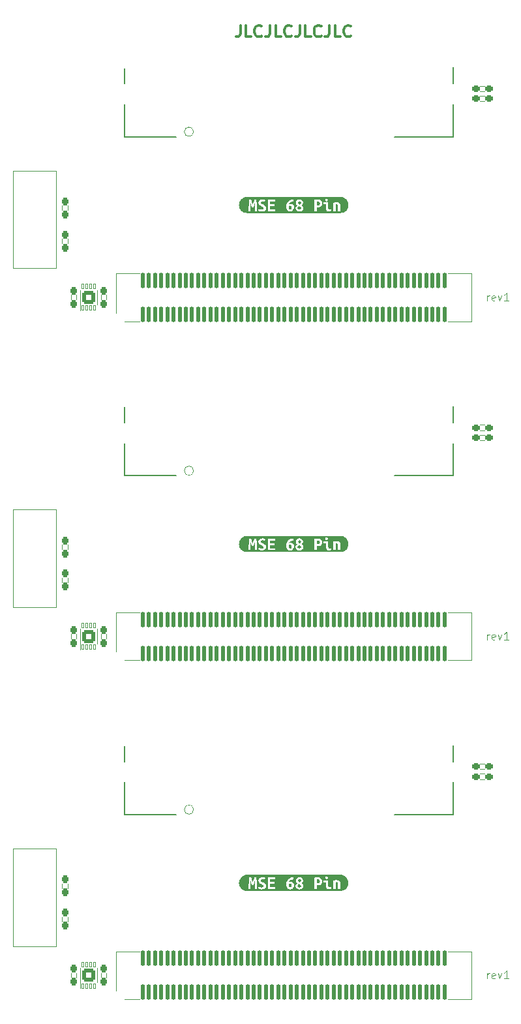
<source format=gto>
G04 #@! TF.GenerationSoftware,KiCad,Pcbnew,8.0.6*
G04 #@! TF.CreationDate,2024-11-07T02:27:52-08:00*
G04 #@! TF.ProjectId,mse-68-vhdci-panel,6d73652d-3638-42d7-9668-6463692d7061,1*
G04 #@! TF.SameCoordinates,Original*
G04 #@! TF.FileFunction,Legend,Top*
G04 #@! TF.FilePolarity,Positive*
%FSLAX46Y46*%
G04 Gerber Fmt 4.6, Leading zero omitted, Abs format (unit mm)*
G04 Created by KiCad (PCBNEW 8.0.6) date 2024-11-07 02:27:52*
%MOMM*%
%LPD*%
G01*
G04 APERTURE LIST*
G04 Aperture macros list*
%AMRoundRect*
0 Rectangle with rounded corners*
0 $1 Rounding radius*
0 $2 $3 $4 $5 $6 $7 $8 $9 X,Y pos of 4 corners*
0 Add a 4 corners polygon primitive as box body*
4,1,4,$2,$3,$4,$5,$6,$7,$8,$9,$2,$3,0*
0 Add four circle primitives for the rounded corners*
1,1,$1+$1,$2,$3*
1,1,$1+$1,$4,$5*
1,1,$1+$1,$6,$7*
1,1,$1+$1,$8,$9*
0 Add four rect primitives between the rounded corners*
20,1,$1+$1,$2,$3,$4,$5,0*
20,1,$1+$1,$4,$5,$6,$7,0*
20,1,$1+$1,$6,$7,$8,$9,0*
20,1,$1+$1,$8,$9,$2,$3,0*%
G04 Aperture macros list end*
%ADD10C,0.300000*%
%ADD11C,0.100000*%
%ADD12C,0.120000*%
%ADD13C,0.127000*%
%ADD14C,0.000000*%
%ADD15RoundRect,0.062500X0.137500X-0.287500X0.137500X0.287500X-0.137500X0.287500X-0.137500X-0.287500X0*%
%ADD16RoundRect,0.265625X0.584375X-0.584375X0.584375X0.584375X-0.584375X0.584375X-0.584375X-0.584375X0*%
%ADD17RoundRect,0.225000X0.225000X-0.275000X0.225000X0.275000X-0.225000X0.275000X-0.225000X-0.275000X0*%
%ADD18C,0.500000*%
%ADD19C,0.800000*%
%ADD20C,1.200000*%
%ADD21RoundRect,0.125000X0.125000X0.925000X-0.125000X0.925000X-0.125000X-0.925000X0.125000X-0.925000X0*%
%ADD22C,2.300000*%
%ADD23C,2.700000*%
%ADD24C,1.950000*%
%ADD25C,6.500000*%
%ADD26RoundRect,0.225000X-0.225000X0.275000X-0.225000X-0.275000X0.225000X-0.275000X0.225000X0.275000X0*%
%ADD27C,1.100000*%
%ADD28O,1.500000X2.350000*%
%ADD29O,1.200000X1.800000*%
%ADD30C,2.500000*%
%ADD31RoundRect,0.225000X-0.275000X-0.225000X0.275000X-0.225000X0.275000X0.225000X-0.275000X0.225000X0*%
%ADD32RoundRect,0.225000X0.275000X0.225000X-0.275000X0.225000X-0.275000X-0.225000X0.275000X-0.225000X0*%
G04 APERTURE END LIST*
D10*
X-44428572Y134325172D02*
X-44428572Y133253743D01*
X-44428572Y133253743D02*
X-44500001Y133039458D01*
X-44500001Y133039458D02*
X-44642858Y132896600D01*
X-44642858Y132896600D02*
X-44857144Y132825172D01*
X-44857144Y132825172D02*
X-45000001Y132825172D01*
X-43000001Y132825172D02*
X-43714287Y132825172D01*
X-43714287Y132825172D02*
X-43714287Y134325172D01*
X-41642858Y132968029D02*
X-41714286Y132896600D01*
X-41714286Y132896600D02*
X-41928572Y132825172D01*
X-41928572Y132825172D02*
X-42071429Y132825172D01*
X-42071429Y132825172D02*
X-42285715Y132896600D01*
X-42285715Y132896600D02*
X-42428572Y133039458D01*
X-42428572Y133039458D02*
X-42500001Y133182315D01*
X-42500001Y133182315D02*
X-42571429Y133468029D01*
X-42571429Y133468029D02*
X-42571429Y133682315D01*
X-42571429Y133682315D02*
X-42500001Y133968029D01*
X-42500001Y133968029D02*
X-42428572Y134110886D01*
X-42428572Y134110886D02*
X-42285715Y134253743D01*
X-42285715Y134253743D02*
X-42071429Y134325172D01*
X-42071429Y134325172D02*
X-41928572Y134325172D01*
X-41928572Y134325172D02*
X-41714286Y134253743D01*
X-41714286Y134253743D02*
X-41642858Y134182315D01*
X-40571429Y134325172D02*
X-40571429Y133253743D01*
X-40571429Y133253743D02*
X-40642858Y133039458D01*
X-40642858Y133039458D02*
X-40785715Y132896600D01*
X-40785715Y132896600D02*
X-41000001Y132825172D01*
X-41000001Y132825172D02*
X-41142858Y132825172D01*
X-39142858Y132825172D02*
X-39857144Y132825172D01*
X-39857144Y132825172D02*
X-39857144Y134325172D01*
X-37785715Y132968029D02*
X-37857143Y132896600D01*
X-37857143Y132896600D02*
X-38071429Y132825172D01*
X-38071429Y132825172D02*
X-38214286Y132825172D01*
X-38214286Y132825172D02*
X-38428572Y132896600D01*
X-38428572Y132896600D02*
X-38571429Y133039458D01*
X-38571429Y133039458D02*
X-38642858Y133182315D01*
X-38642858Y133182315D02*
X-38714286Y133468029D01*
X-38714286Y133468029D02*
X-38714286Y133682315D01*
X-38714286Y133682315D02*
X-38642858Y133968029D01*
X-38642858Y133968029D02*
X-38571429Y134110886D01*
X-38571429Y134110886D02*
X-38428572Y134253743D01*
X-38428572Y134253743D02*
X-38214286Y134325172D01*
X-38214286Y134325172D02*
X-38071429Y134325172D01*
X-38071429Y134325172D02*
X-37857143Y134253743D01*
X-37857143Y134253743D02*
X-37785715Y134182315D01*
X-36714286Y134325172D02*
X-36714286Y133253743D01*
X-36714286Y133253743D02*
X-36785715Y133039458D01*
X-36785715Y133039458D02*
X-36928572Y132896600D01*
X-36928572Y132896600D02*
X-37142858Y132825172D01*
X-37142858Y132825172D02*
X-37285715Y132825172D01*
X-35285715Y132825172D02*
X-36000001Y132825172D01*
X-36000001Y132825172D02*
X-36000001Y134325172D01*
X-33928572Y132968029D02*
X-34000000Y132896600D01*
X-34000000Y132896600D02*
X-34214286Y132825172D01*
X-34214286Y132825172D02*
X-34357143Y132825172D01*
X-34357143Y132825172D02*
X-34571429Y132896600D01*
X-34571429Y132896600D02*
X-34714286Y133039458D01*
X-34714286Y133039458D02*
X-34785715Y133182315D01*
X-34785715Y133182315D02*
X-34857143Y133468029D01*
X-34857143Y133468029D02*
X-34857143Y133682315D01*
X-34857143Y133682315D02*
X-34785715Y133968029D01*
X-34785715Y133968029D02*
X-34714286Y134110886D01*
X-34714286Y134110886D02*
X-34571429Y134253743D01*
X-34571429Y134253743D02*
X-34357143Y134325172D01*
X-34357143Y134325172D02*
X-34214286Y134325172D01*
X-34214286Y134325172D02*
X-34000000Y134253743D01*
X-34000000Y134253743D02*
X-33928572Y134182315D01*
X-32857143Y134325172D02*
X-32857143Y133253743D01*
X-32857143Y133253743D02*
X-32928572Y133039458D01*
X-32928572Y133039458D02*
X-33071429Y132896600D01*
X-33071429Y132896600D02*
X-33285715Y132825172D01*
X-33285715Y132825172D02*
X-33428572Y132825172D01*
X-31428572Y132825172D02*
X-32142858Y132825172D01*
X-32142858Y132825172D02*
X-32142858Y134325172D01*
X-30071429Y132968029D02*
X-30142857Y132896600D01*
X-30142857Y132896600D02*
X-30357143Y132825172D01*
X-30357143Y132825172D02*
X-30500000Y132825172D01*
X-30500000Y132825172D02*
X-30714286Y132896600D01*
X-30714286Y132896600D02*
X-30857143Y133039458D01*
X-30857143Y133039458D02*
X-30928572Y133182315D01*
X-30928572Y133182315D02*
X-31000000Y133468029D01*
X-31000000Y133468029D02*
X-31000000Y133682315D01*
X-31000000Y133682315D02*
X-30928572Y133968029D01*
X-30928572Y133968029D02*
X-30857143Y134110886D01*
X-30857143Y134110886D02*
X-30714286Y134253743D01*
X-30714286Y134253743D02*
X-30500000Y134325172D01*
X-30500000Y134325172D02*
X-30357143Y134325172D01*
X-30357143Y134325172D02*
X-30142857Y134253743D01*
X-30142857Y134253743D02*
X-30071429Y134182315D01*
D11*
X-12357143Y98579581D02*
X-12357143Y99246248D01*
X-12357143Y99055772D02*
X-12309524Y99151010D01*
X-12309524Y99151010D02*
X-12261905Y99198629D01*
X-12261905Y99198629D02*
X-12166667Y99246248D01*
X-12166667Y99246248D02*
X-12071429Y99246248D01*
X-11357143Y98627200D02*
X-11452381Y98579581D01*
X-11452381Y98579581D02*
X-11642857Y98579581D01*
X-11642857Y98579581D02*
X-11738095Y98627200D01*
X-11738095Y98627200D02*
X-11785714Y98722439D01*
X-11785714Y98722439D02*
X-11785714Y99103391D01*
X-11785714Y99103391D02*
X-11738095Y99198629D01*
X-11738095Y99198629D02*
X-11642857Y99246248D01*
X-11642857Y99246248D02*
X-11452381Y99246248D01*
X-11452381Y99246248D02*
X-11357143Y99198629D01*
X-11357143Y99198629D02*
X-11309524Y99103391D01*
X-11309524Y99103391D02*
X-11309524Y99008153D01*
X-11309524Y99008153D02*
X-11785714Y98912915D01*
X-10976190Y99246248D02*
X-10738095Y98579581D01*
X-10738095Y98579581D02*
X-10500000Y99246248D01*
X-9595238Y98579581D02*
X-10166666Y98579581D01*
X-9880952Y98579581D02*
X-9880952Y99579581D01*
X-9880952Y99579581D02*
X-9976190Y99436724D01*
X-9976190Y99436724D02*
X-10071428Y99341486D01*
X-10071428Y99341486D02*
X-10166666Y99293867D01*
X-12357143Y10579581D02*
X-12357143Y11246248D01*
X-12357143Y11055772D02*
X-12309524Y11151010D01*
X-12309524Y11151010D02*
X-12261905Y11198629D01*
X-12261905Y11198629D02*
X-12166667Y11246248D01*
X-12166667Y11246248D02*
X-12071429Y11246248D01*
X-11357143Y10627200D02*
X-11452381Y10579581D01*
X-11452381Y10579581D02*
X-11642857Y10579581D01*
X-11642857Y10579581D02*
X-11738095Y10627200D01*
X-11738095Y10627200D02*
X-11785714Y10722439D01*
X-11785714Y10722439D02*
X-11785714Y11103391D01*
X-11785714Y11103391D02*
X-11738095Y11198629D01*
X-11738095Y11198629D02*
X-11642857Y11246248D01*
X-11642857Y11246248D02*
X-11452381Y11246248D01*
X-11452381Y11246248D02*
X-11357143Y11198629D01*
X-11357143Y11198629D02*
X-11309524Y11103391D01*
X-11309524Y11103391D02*
X-11309524Y11008153D01*
X-11309524Y11008153D02*
X-11785714Y10912915D01*
X-10976190Y11246248D02*
X-10738095Y10579581D01*
X-10738095Y10579581D02*
X-10500000Y11246248D01*
X-9595238Y10579581D02*
X-10166666Y10579581D01*
X-9880952Y10579581D02*
X-9880952Y11579581D01*
X-9880952Y11579581D02*
X-9976190Y11436724D01*
X-9976190Y11436724D02*
X-10071428Y11341486D01*
X-10071428Y11341486D02*
X-10166666Y11293867D01*
X-12357143Y54579581D02*
X-12357143Y55246248D01*
X-12357143Y55055772D02*
X-12309524Y55151010D01*
X-12309524Y55151010D02*
X-12261905Y55198629D01*
X-12261905Y55198629D02*
X-12166667Y55246248D01*
X-12166667Y55246248D02*
X-12071429Y55246248D01*
X-11357143Y54627200D02*
X-11452381Y54579581D01*
X-11452381Y54579581D02*
X-11642857Y54579581D01*
X-11642857Y54579581D02*
X-11738095Y54627200D01*
X-11738095Y54627200D02*
X-11785714Y54722439D01*
X-11785714Y54722439D02*
X-11785714Y55103391D01*
X-11785714Y55103391D02*
X-11738095Y55198629D01*
X-11738095Y55198629D02*
X-11642857Y55246248D01*
X-11642857Y55246248D02*
X-11452381Y55246248D01*
X-11452381Y55246248D02*
X-11357143Y55198629D01*
X-11357143Y55198629D02*
X-11309524Y55103391D01*
X-11309524Y55103391D02*
X-11309524Y55008153D01*
X-11309524Y55008153D02*
X-11785714Y54912915D01*
X-10976190Y55246248D02*
X-10738095Y54579581D01*
X-10738095Y54579581D02*
X-10500000Y55246248D01*
X-9595238Y54579581D02*
X-10166666Y54579581D01*
X-9880952Y54579581D02*
X-9880952Y55579581D01*
X-9880952Y55579581D02*
X-9976190Y55436724D01*
X-9976190Y55436724D02*
X-10071428Y55341486D01*
X-10071428Y55341486D02*
X-10166666Y55293867D01*
G04 #@! TO.C,U1*
X-65200000Y97302000D02*
X-65200000Y99952000D01*
X-63000000Y99952000D02*
X-63000000Y98052000D01*
G04 #@! TO.C,C1*
X-66399999Y10702000D02*
X-66399999Y11302000D01*
X-65700001Y11302000D02*
X-65700001Y10702000D01*
G04 #@! TO.C,R1*
X-62499999Y55302000D02*
X-62499999Y54702000D01*
X-61800001Y54702000D02*
X-61800001Y55302000D01*
D12*
G04 #@! TO.C,J1*
X-60600001Y14102000D02*
X-60600000Y9002000D01*
X-60600001Y14102000D02*
X-57500001Y14102000D01*
X-59500000Y7902000D02*
X-57500001Y7902000D01*
X-17499999Y14102000D02*
X-14399999Y14102000D01*
X-17499999Y7902000D02*
X-14399999Y7902000D01*
X-14399999Y14102000D02*
X-14399999Y7902000D01*
D11*
G04 #@! TO.C,J3*
X-68370000Y102772001D02*
X-73969999Y102772000D01*
X-73969999Y115442000D01*
X-68369999Y115442000D01*
X-68370000Y102772001D01*
X-68370000Y58772001D02*
X-73969999Y58772000D01*
X-73969999Y71442000D01*
X-68369999Y71442000D01*
X-68370000Y58772001D01*
G04 #@! TO.C,R2*
X-67549999Y110902000D02*
X-67549999Y110302000D01*
X-66850001Y110302000D02*
X-66850001Y110902000D01*
G04 #@! TO.C,R1*
X-62499999Y11302000D02*
X-62499999Y10702000D01*
X-61800001Y10702000D02*
X-61800001Y11302000D01*
D13*
G04 #@! TO.C,J4*
X-59450000Y40752000D02*
X-59450000Y38752000D01*
X-59450000Y36052000D02*
X-59450000Y31852000D01*
X-59450000Y31852000D02*
X-52749999Y31852000D01*
X-24450000Y31851999D02*
X-16750000Y31852000D01*
X-16750000Y38752000D02*
X-16750000Y40852000D01*
X-16750000Y31852000D02*
X-16750000Y36052000D01*
D11*
X-50500000Y32502000D02*
G75*
G02*
X-51700000Y32502000I-600000J0D01*
G01*
X-51700000Y32502000D02*
G75*
G02*
X-50500000Y32502000I600000J0D01*
G01*
D13*
X-59450000Y128752000D02*
X-59450000Y126752000D01*
X-59450000Y124052000D02*
X-59450000Y119852000D01*
X-59450000Y119852000D02*
X-52749999Y119852000D01*
X-24450000Y119851999D02*
X-16750000Y119852000D01*
X-16750000Y126752000D02*
X-16750000Y128852000D01*
X-16750000Y119852000D02*
X-16750000Y124052000D01*
D11*
X-50500000Y120502000D02*
G75*
G02*
X-51700000Y120502000I-600000J0D01*
G01*
X-51700000Y120502000D02*
G75*
G02*
X-50500000Y120502000I600000J0D01*
G01*
G04 #@! TO.C,R2*
X-67549999Y66902000D02*
X-67549999Y66302000D01*
X-66850001Y66302000D02*
X-66850001Y66902000D01*
G04 #@! TO.C,R3*
X-67549999Y62602000D02*
X-67549999Y62002000D01*
X-66850001Y62002000D02*
X-66850001Y62602000D01*
D12*
G04 #@! TO.C,J1*
X-60600001Y102102000D02*
X-60600000Y97002000D01*
X-60600001Y102102000D02*
X-57500001Y102102000D01*
X-59500000Y95902000D02*
X-57500001Y95902000D01*
X-17499999Y102102000D02*
X-14399999Y102102000D01*
X-17499999Y95902000D02*
X-14399999Y95902000D01*
X-14399999Y102102000D02*
X-14399999Y95902000D01*
D11*
G04 #@! TO.C,R1*
X-62499999Y99302000D02*
X-62499999Y98702000D01*
X-61800001Y98702000D02*
X-61800001Y99302000D01*
G04 #@! TO.C,R3*
X-67549999Y106602000D02*
X-67549999Y106002000D01*
X-66850001Y106002000D02*
X-66850001Y106602000D01*
G04 #@! TO.C,R4*
X-13300000Y80452001D02*
X-12700000Y80452001D01*
X-12700000Y81151999D02*
X-13300000Y81151999D01*
X-13300000Y124452001D02*
X-12700000Y124452001D01*
X-12700000Y125151999D02*
X-13300000Y125151999D01*
D12*
G04 #@! TO.C,J1*
X-60600001Y58102000D02*
X-60600000Y53002000D01*
X-60600001Y58102000D02*
X-57500001Y58102000D01*
X-59500000Y51902000D02*
X-57500001Y51902000D01*
X-17499999Y58102000D02*
X-14399999Y58102000D01*
X-17499999Y51902000D02*
X-14399999Y51902000D01*
X-14399999Y58102000D02*
X-14399999Y51902000D01*
D11*
G04 #@! TO.C,C2*
X-13300000Y38451999D02*
X-12700000Y38451999D01*
X-12700000Y37752001D02*
X-13300000Y37752001D01*
G04 #@! TO.C,C1*
X-66399999Y98702000D02*
X-66399999Y99302000D01*
X-65700001Y99302000D02*
X-65700001Y98702000D01*
G04 #@! TO.C,C2*
X-13300000Y126451999D02*
X-12700000Y126451999D01*
X-12700000Y125752001D02*
X-13300000Y125752001D01*
G04 #@! TO.C,C1*
X-66399999Y54702000D02*
X-66399999Y55302000D01*
X-65700001Y55302000D02*
X-65700001Y54702000D01*
G04 #@! TO.C,U1*
X-65200000Y9302000D02*
X-65200000Y11952000D01*
X-63000000Y11952000D02*
X-63000000Y10052000D01*
D13*
G04 #@! TO.C,J4*
X-59450000Y84752000D02*
X-59450000Y82752000D01*
X-59450000Y80052000D02*
X-59450000Y75852000D01*
X-59450000Y75852000D02*
X-52749999Y75852000D01*
X-24450000Y75851999D02*
X-16750000Y75852000D01*
X-16750000Y82752000D02*
X-16750000Y84852000D01*
X-16750000Y75852000D02*
X-16750000Y80052000D01*
D11*
X-50500000Y76502000D02*
G75*
G02*
X-51700000Y76502000I-600000J0D01*
G01*
X-51700000Y76502000D02*
G75*
G02*
X-50500000Y76502000I600000J0D01*
G01*
G04 #@! TO.C,R3*
X-67549999Y18602000D02*
X-67549999Y18002000D01*
X-66850001Y18002000D02*
X-66850001Y18602000D01*
G04 #@! TO.C,R2*
X-67549999Y22902000D02*
X-67549999Y22302000D01*
X-66850001Y22302000D02*
X-66850001Y22902000D01*
G04 #@! TO.C,R4*
X-13300000Y36452001D02*
X-12700000Y36452001D01*
X-12700000Y37151999D02*
X-13300000Y37151999D01*
D14*
G04 #@! TO.C,kibuzzard-672C6177*
G36*
X-36612783Y67435764D02*
G01*
X-36555836Y67308543D01*
X-36587338Y67178898D01*
X-36693962Y67056523D01*
X-36813308Y67113470D01*
X-36890246Y67167994D01*
X-36945981Y67306120D01*
X-36886611Y67434553D01*
X-36749697Y67478171D01*
X-36612783Y67435764D01*
G37*
G36*
X-36693962Y66793599D02*
G01*
X-36590973Y66733018D01*
X-36532815Y66666378D01*
X-36514641Y66581564D01*
X-36578857Y66456766D01*
X-36752120Y66404666D01*
X-36915691Y66454342D01*
X-36984754Y66600950D01*
X-36948405Y66733018D01*
X-36844204Y66857816D01*
X-36693962Y66793599D01*
G37*
G36*
X-34248586Y67433038D02*
G01*
X-34165287Y67392145D01*
X-34111672Y67318539D01*
X-34093800Y67206766D01*
X-34111975Y67088935D01*
X-34166498Y67011693D01*
X-34256765Y66968983D01*
X-34382169Y66954746D01*
X-34503332Y66954746D01*
X-34503332Y67439399D01*
X-34429422Y67445457D01*
X-34355513Y67446669D01*
X-34248586Y67433038D01*
G37*
G36*
X-37875909Y66885986D02*
G01*
X-37806240Y66839641D01*
X-37755351Y66663955D01*
X-37766256Y66579141D01*
X-37800182Y66499173D01*
X-37859552Y66438591D01*
X-37946789Y66414359D01*
X-38052201Y66444649D01*
X-38118841Y66525829D01*
X-38152767Y66640934D01*
X-38162460Y66775425D01*
X-38161248Y66821467D01*
X-38157613Y66865086D01*
X-38077645Y66891742D01*
X-37983138Y66901435D01*
X-37875909Y66885986D01*
G37*
G36*
X-31337556Y68043407D02*
G01*
X-31235974Y68028339D01*
X-31136358Y68003386D01*
X-31039668Y67968790D01*
X-30946834Y67924883D01*
X-30858751Y67872088D01*
X-30776267Y67810914D01*
X-30700176Y67741949D01*
X-30631212Y67665858D01*
X-30570037Y67583374D01*
X-30517242Y67495291D01*
X-30473335Y67402458D01*
X-30438739Y67305767D01*
X-30413786Y67206151D01*
X-30398718Y67104570D01*
X-30393679Y67002000D01*
X-30398718Y66899430D01*
X-30413786Y66797849D01*
X-30438739Y66698233D01*
X-30473335Y66601542D01*
X-30517242Y66508709D01*
X-30570037Y66420626D01*
X-30631212Y66338142D01*
X-30700176Y66262051D01*
X-30776267Y66193086D01*
X-30858751Y66131912D01*
X-30946834Y66079117D01*
X-31039668Y66035210D01*
X-31136358Y66000614D01*
X-31235974Y65975661D01*
X-31337556Y65960593D01*
X-31440125Y65955554D01*
X-31440327Y65955554D01*
X-32911248Y65955554D01*
X-34503332Y65955554D01*
X-36756967Y65955554D01*
X-37939519Y65955554D01*
X-40837742Y65955554D01*
X-41639842Y65955554D01*
X-42257775Y65955554D01*
X-43357936Y65955554D01*
X-43559875Y65955554D01*
X-43662444Y65960593D01*
X-43764026Y65975661D01*
X-43863642Y66000614D01*
X-43960332Y66035210D01*
X-44053166Y66079117D01*
X-44141249Y66131912D01*
X-44218217Y66188995D01*
X-43357936Y66188995D01*
X-43084107Y66188995D01*
X-43096224Y67354585D01*
X-42919326Y66719690D01*
X-42701232Y66719690D01*
X-42517064Y67354585D01*
X-42531603Y66188995D01*
X-42257775Y66188995D01*
X-42260118Y66271386D01*
X-42105109Y66271386D01*
X-41937904Y66197477D01*
X-41807653Y66167489D01*
X-41639842Y66157493D01*
X-41469810Y66170282D01*
X-41402247Y66188995D01*
X-40837742Y66188995D01*
X-39875707Y66188995D01*
X-39875707Y66436168D01*
X-40539681Y66436168D01*
X-40539681Y66802081D01*
X-38455674Y66802081D01*
X-38441000Y66600277D01*
X-38396978Y66437514D01*
X-38323607Y66313793D01*
X-38222233Y66226960D01*
X-38094204Y66174859D01*
X-37939519Y66157493D01*
X-37824414Y66169306D01*
X-37726272Y66204746D01*
X-37578453Y66327121D01*
X-37492427Y66491903D01*
X-37480975Y66564601D01*
X-37263429Y66564601D01*
X-37227080Y66393761D01*
X-37124091Y66265328D01*
X-36964156Y66185360D01*
X-36865711Y66164460D01*
X-36756967Y66157493D01*
X-36623082Y66167186D01*
X-36512217Y66196265D01*
X-36351070Y66294407D01*
X-36261410Y66428898D01*
X-36233542Y66576717D01*
X-36247779Y66685764D01*
X-36290489Y66785118D01*
X-36367730Y66875990D01*
X-36485561Y66959593D01*
X-36391054Y67035623D01*
X-36325626Y67128010D01*
X-36287460Y67229484D01*
X-36274737Y67332775D01*
X-36306543Y67493922D01*
X-36401959Y67618721D01*
X-36496989Y67669609D01*
X-34801393Y67669609D01*
X-34801393Y66188995D01*
X-34503332Y66188995D01*
X-34503332Y66695457D01*
X-34396708Y66695457D01*
X-34217522Y66708785D01*
X-34067683Y66748769D01*
X-33947193Y66815409D01*
X-33859013Y66911935D01*
X-33806105Y67041580D01*
X-33788469Y67204342D01*
X-33801892Y67327929D01*
X-33633380Y67327929D01*
X-33633380Y67080756D01*
X-33318356Y67080756D01*
X-33318356Y66661532D01*
X-33313510Y66549456D01*
X-33298970Y66450708D01*
X-33232330Y66294407D01*
X-33106321Y66196265D01*
X-33018174Y66170821D01*
X-32911248Y66162339D01*
X-32762217Y66178090D01*
X-32588954Y66237460D01*
X-32627726Y66477363D01*
X-32758582Y66432533D01*
X-32857936Y66421628D01*
X-32982734Y66471305D01*
X-33020295Y66622759D01*
X-33020295Y67291580D01*
X-32356321Y67291580D01*
X-32356321Y66188995D01*
X-32058259Y66188995D01*
X-32058259Y67083179D01*
X-31989196Y67090449D01*
X-31922557Y67092872D01*
X-31774737Y67022598D01*
X-31747476Y66929908D01*
X-31738389Y66792388D01*
X-31738389Y66188995D01*
X-31440327Y66188995D01*
X-31440327Y66831160D01*
X-31445779Y66942327D01*
X-31462137Y67043195D01*
X-31536046Y67207977D01*
X-31677807Y67314601D01*
X-31778978Y67342771D01*
X-31903170Y67352162D01*
X-32036147Y67347315D01*
X-32158825Y67332775D01*
X-32266963Y67312784D01*
X-32356321Y67291580D01*
X-33020295Y67291580D01*
X-33020295Y67327929D01*
X-33221426Y67327929D01*
X-33633380Y67327929D01*
X-33801892Y67327929D01*
X-33805971Y67365489D01*
X-33858475Y67493519D01*
X-33945981Y67588430D01*
X-34065260Y67653723D01*
X-34070339Y67655069D01*
X-33408017Y67655069D01*
X-33353494Y67516943D01*
X-33221426Y67466055D01*
X-33088146Y67516943D01*
X-33032411Y67655069D01*
X-33088146Y67795619D01*
X-33221426Y67846507D01*
X-33353494Y67795619D01*
X-33408017Y67655069D01*
X-34070339Y67655069D01*
X-34213079Y67692899D01*
X-34389439Y67705958D01*
X-34483946Y67703535D01*
X-34592993Y67697477D01*
X-34703251Y67686572D01*
X-34801393Y67669609D01*
X-36496989Y67669609D01*
X-36551292Y67698688D01*
X-36744851Y67725344D01*
X-36869649Y67715045D01*
X-36972637Y67684149D01*
X-37120456Y67579948D01*
X-37201636Y67438187D01*
X-37227080Y67286733D01*
X-37188308Y67112258D01*
X-37132573Y67032291D01*
X-37042912Y66957170D01*
X-37141660Y66873870D01*
X-37210117Y66779060D01*
X-37250101Y66675162D01*
X-37263429Y66564601D01*
X-37480975Y66564601D01*
X-37464560Y66668801D01*
X-37490004Y66852969D01*
X-37573607Y67005635D01*
X-37722637Y67109835D01*
X-37823506Y67138914D01*
X-37944366Y67148607D01*
X-38021910Y67137703D01*
X-38111571Y67107412D01*
X-38027968Y67264924D01*
X-37893477Y67367913D01*
X-37723849Y67424859D01*
X-37534834Y67444246D01*
X-37551797Y67698688D01*
X-37746264Y67684149D01*
X-37922557Y67640530D01*
X-38077645Y67568438D01*
X-38208502Y67468478D01*
X-38313611Y67341257D01*
X-38391458Y67187380D01*
X-38439620Y67007452D01*
X-38455674Y66802081D01*
X-40539681Y66802081D01*
X-40539681Y66857816D01*
X-40008986Y66857816D01*
X-40008986Y67104989D01*
X-40539681Y67104989D01*
X-40539681Y67441822D01*
X-39929019Y67441822D01*
X-39929019Y67688995D01*
X-40837742Y67688995D01*
X-40837742Y66188995D01*
X-41402247Y66188995D01*
X-41331280Y66208651D01*
X-41224253Y66272598D01*
X-41121567Y66411632D01*
X-41087338Y66598527D01*
X-41097637Y66711511D01*
X-41128534Y66803292D01*
X-41233946Y66938995D01*
X-41374495Y67026233D01*
X-41521103Y67085603D01*
X-41614398Y67121952D01*
X-41699212Y67166782D01*
X-41761006Y67224940D01*
X-41785238Y67301273D01*
X-41758852Y67396857D01*
X-41679692Y67454208D01*
X-41547758Y67473325D01*
X-41376918Y67449092D01*
X-41242427Y67390934D01*
X-41155190Y67621144D01*
X-41328453Y67691418D01*
X-41440226Y67715045D01*
X-41569568Y67722921D01*
X-41718060Y67709728D01*
X-41843666Y67670148D01*
X-41946385Y67604181D01*
X-42049071Y67462420D01*
X-42083300Y67274617D01*
X-42044527Y67096507D01*
X-41946385Y66976556D01*
X-41814317Y66896588D01*
X-41673768Y66840853D01*
X-41571991Y66798446D01*
X-41479907Y66747557D01*
X-41412056Y66683341D01*
X-41385400Y66600950D01*
X-41396305Y66529464D01*
X-41436288Y66466459D01*
X-41515044Y66422840D01*
X-41639842Y66407089D01*
X-41760703Y66415570D01*
X-41861571Y66441015D01*
X-42017872Y66513712D01*
X-42105109Y66271386D01*
X-42260118Y66271386D01*
X-42263227Y66380736D01*
X-42269891Y66568236D01*
X-42278069Y66753010D01*
X-42288065Y66936572D01*
X-42300182Y67120437D01*
X-42314721Y67306120D01*
X-42330775Y67495134D01*
X-42347435Y67688995D01*
X-42594608Y67688995D01*
X-42638227Y67560562D01*
X-42691539Y67394569D01*
X-42752120Y67210401D01*
X-42812702Y67025021D01*
X-42868437Y67199496D01*
X-42926595Y67386087D01*
X-42981119Y67558139D01*
X-43023526Y67688995D01*
X-43270699Y67688995D01*
X-43286753Y67524819D01*
X-43300989Y67347315D01*
X-43313409Y67160118D01*
X-43324011Y66966863D01*
X-43333401Y66769973D01*
X-43342185Y66571871D01*
X-43350363Y66376798D01*
X-43357936Y66188995D01*
X-44218217Y66188995D01*
X-44223733Y66193086D01*
X-44299824Y66262051D01*
X-44368788Y66338142D01*
X-44429963Y66420626D01*
X-44482758Y66508709D01*
X-44526665Y66601542D01*
X-44561261Y66698233D01*
X-44586214Y66797849D01*
X-44601282Y66899430D01*
X-44606321Y67002000D01*
X-44601282Y67104570D01*
X-44586214Y67206151D01*
X-44561261Y67305767D01*
X-44526665Y67402458D01*
X-44482758Y67495291D01*
X-44429963Y67583374D01*
X-44368788Y67665858D01*
X-44299824Y67741949D01*
X-44223733Y67810914D01*
X-44141249Y67872088D01*
X-44053166Y67924883D01*
X-43960332Y67968790D01*
X-43863642Y68003386D01*
X-43764026Y68028339D01*
X-43662444Y68043407D01*
X-43559875Y68048446D01*
X-43357936Y68048446D01*
X-31440327Y68048446D01*
X-31440125Y68048446D01*
X-31337556Y68043407D01*
G37*
D11*
G04 #@! TO.C,J3*
X-68370000Y14772001D02*
X-73969999Y14772000D01*
X-73969999Y27442000D01*
X-68369999Y27442000D01*
X-68370000Y14772001D01*
D14*
G04 #@! TO.C,kibuzzard-672C6177*
G36*
X-36612783Y23435764D02*
G01*
X-36555836Y23308543D01*
X-36587338Y23178898D01*
X-36693962Y23056523D01*
X-36813308Y23113470D01*
X-36890246Y23167994D01*
X-36945981Y23306120D01*
X-36886611Y23434553D01*
X-36749697Y23478171D01*
X-36612783Y23435764D01*
G37*
G36*
X-36693962Y22793599D02*
G01*
X-36590973Y22733018D01*
X-36532815Y22666378D01*
X-36514641Y22581564D01*
X-36578857Y22456766D01*
X-36752120Y22404666D01*
X-36915691Y22454342D01*
X-36984754Y22600950D01*
X-36948405Y22733018D01*
X-36844204Y22857816D01*
X-36693962Y22793599D01*
G37*
G36*
X-34248586Y23433038D02*
G01*
X-34165287Y23392145D01*
X-34111672Y23318539D01*
X-34093800Y23206766D01*
X-34111975Y23088935D01*
X-34166498Y23011693D01*
X-34256765Y22968983D01*
X-34382169Y22954746D01*
X-34503332Y22954746D01*
X-34503332Y23439399D01*
X-34429422Y23445457D01*
X-34355513Y23446669D01*
X-34248586Y23433038D01*
G37*
G36*
X-37875909Y22885986D02*
G01*
X-37806240Y22839641D01*
X-37755351Y22663955D01*
X-37766256Y22579141D01*
X-37800182Y22499173D01*
X-37859552Y22438591D01*
X-37946789Y22414359D01*
X-38052201Y22444649D01*
X-38118841Y22525829D01*
X-38152767Y22640934D01*
X-38162460Y22775425D01*
X-38161248Y22821467D01*
X-38157613Y22865086D01*
X-38077645Y22891742D01*
X-37983138Y22901435D01*
X-37875909Y22885986D01*
G37*
G36*
X-31337556Y24043407D02*
G01*
X-31235974Y24028339D01*
X-31136358Y24003386D01*
X-31039668Y23968790D01*
X-30946834Y23924883D01*
X-30858751Y23872088D01*
X-30776267Y23810914D01*
X-30700176Y23741949D01*
X-30631212Y23665858D01*
X-30570037Y23583374D01*
X-30517242Y23495291D01*
X-30473335Y23402458D01*
X-30438739Y23305767D01*
X-30413786Y23206151D01*
X-30398718Y23104570D01*
X-30393679Y23002000D01*
X-30398718Y22899430D01*
X-30413786Y22797849D01*
X-30438739Y22698233D01*
X-30473335Y22601542D01*
X-30517242Y22508709D01*
X-30570037Y22420626D01*
X-30631212Y22338142D01*
X-30700176Y22262051D01*
X-30776267Y22193086D01*
X-30858751Y22131912D01*
X-30946834Y22079117D01*
X-31039668Y22035210D01*
X-31136358Y22000614D01*
X-31235974Y21975661D01*
X-31337556Y21960593D01*
X-31440125Y21955554D01*
X-31440327Y21955554D01*
X-32911248Y21955554D01*
X-34503332Y21955554D01*
X-36756967Y21955554D01*
X-37939519Y21955554D01*
X-40837742Y21955554D01*
X-41639842Y21955554D01*
X-42257775Y21955554D01*
X-43357936Y21955554D01*
X-43559875Y21955554D01*
X-43662444Y21960593D01*
X-43764026Y21975661D01*
X-43863642Y22000614D01*
X-43960332Y22035210D01*
X-44053166Y22079117D01*
X-44141249Y22131912D01*
X-44218217Y22188995D01*
X-43357936Y22188995D01*
X-43084107Y22188995D01*
X-43096224Y23354585D01*
X-42919326Y22719690D01*
X-42701232Y22719690D01*
X-42517064Y23354585D01*
X-42531603Y22188995D01*
X-42257775Y22188995D01*
X-42260118Y22271386D01*
X-42105109Y22271386D01*
X-41937904Y22197477D01*
X-41807653Y22167489D01*
X-41639842Y22157493D01*
X-41469810Y22170282D01*
X-41402247Y22188995D01*
X-40837742Y22188995D01*
X-39875707Y22188995D01*
X-39875707Y22436168D01*
X-40539681Y22436168D01*
X-40539681Y22802081D01*
X-38455674Y22802081D01*
X-38441000Y22600277D01*
X-38396978Y22437514D01*
X-38323607Y22313793D01*
X-38222233Y22226960D01*
X-38094204Y22174859D01*
X-37939519Y22157493D01*
X-37824414Y22169306D01*
X-37726272Y22204746D01*
X-37578453Y22327121D01*
X-37492427Y22491903D01*
X-37480975Y22564601D01*
X-37263429Y22564601D01*
X-37227080Y22393761D01*
X-37124091Y22265328D01*
X-36964156Y22185360D01*
X-36865711Y22164460D01*
X-36756967Y22157493D01*
X-36623082Y22167186D01*
X-36512217Y22196265D01*
X-36351070Y22294407D01*
X-36261410Y22428898D01*
X-36233542Y22576717D01*
X-36247779Y22685764D01*
X-36290489Y22785118D01*
X-36367730Y22875990D01*
X-36485561Y22959593D01*
X-36391054Y23035623D01*
X-36325626Y23128010D01*
X-36287460Y23229484D01*
X-36274737Y23332775D01*
X-36306543Y23493922D01*
X-36401959Y23618721D01*
X-36496989Y23669609D01*
X-34801393Y23669609D01*
X-34801393Y22188995D01*
X-34503332Y22188995D01*
X-34503332Y22695457D01*
X-34396708Y22695457D01*
X-34217522Y22708785D01*
X-34067683Y22748769D01*
X-33947193Y22815409D01*
X-33859013Y22911935D01*
X-33806105Y23041580D01*
X-33788469Y23204342D01*
X-33801892Y23327929D01*
X-33633380Y23327929D01*
X-33633380Y23080756D01*
X-33318356Y23080756D01*
X-33318356Y22661532D01*
X-33313510Y22549456D01*
X-33298970Y22450708D01*
X-33232330Y22294407D01*
X-33106321Y22196265D01*
X-33018174Y22170821D01*
X-32911248Y22162339D01*
X-32762217Y22178090D01*
X-32588954Y22237460D01*
X-32627726Y22477363D01*
X-32758582Y22432533D01*
X-32857936Y22421628D01*
X-32982734Y22471305D01*
X-33020295Y22622759D01*
X-33020295Y23291580D01*
X-32356321Y23291580D01*
X-32356321Y22188995D01*
X-32058259Y22188995D01*
X-32058259Y23083179D01*
X-31989196Y23090449D01*
X-31922557Y23092872D01*
X-31774737Y23022598D01*
X-31747476Y22929908D01*
X-31738389Y22792388D01*
X-31738389Y22188995D01*
X-31440327Y22188995D01*
X-31440327Y22831160D01*
X-31445779Y22942327D01*
X-31462137Y23043195D01*
X-31536046Y23207977D01*
X-31677807Y23314601D01*
X-31778978Y23342771D01*
X-31903170Y23352162D01*
X-32036147Y23347315D01*
X-32158825Y23332775D01*
X-32266963Y23312784D01*
X-32356321Y23291580D01*
X-33020295Y23291580D01*
X-33020295Y23327929D01*
X-33221426Y23327929D01*
X-33633380Y23327929D01*
X-33801892Y23327929D01*
X-33805971Y23365489D01*
X-33858475Y23493519D01*
X-33945981Y23588430D01*
X-34065260Y23653723D01*
X-34070339Y23655069D01*
X-33408017Y23655069D01*
X-33353494Y23516943D01*
X-33221426Y23466055D01*
X-33088146Y23516943D01*
X-33032411Y23655069D01*
X-33088146Y23795619D01*
X-33221426Y23846507D01*
X-33353494Y23795619D01*
X-33408017Y23655069D01*
X-34070339Y23655069D01*
X-34213079Y23692899D01*
X-34389439Y23705958D01*
X-34483946Y23703535D01*
X-34592993Y23697477D01*
X-34703251Y23686572D01*
X-34801393Y23669609D01*
X-36496989Y23669609D01*
X-36551292Y23698688D01*
X-36744851Y23725344D01*
X-36869649Y23715045D01*
X-36972637Y23684149D01*
X-37120456Y23579948D01*
X-37201636Y23438187D01*
X-37227080Y23286733D01*
X-37188308Y23112258D01*
X-37132573Y23032291D01*
X-37042912Y22957170D01*
X-37141660Y22873870D01*
X-37210117Y22779060D01*
X-37250101Y22675162D01*
X-37263429Y22564601D01*
X-37480975Y22564601D01*
X-37464560Y22668801D01*
X-37490004Y22852969D01*
X-37573607Y23005635D01*
X-37722637Y23109835D01*
X-37823506Y23138914D01*
X-37944366Y23148607D01*
X-38021910Y23137703D01*
X-38111571Y23107412D01*
X-38027968Y23264924D01*
X-37893477Y23367913D01*
X-37723849Y23424859D01*
X-37534834Y23444246D01*
X-37551797Y23698688D01*
X-37746264Y23684149D01*
X-37922557Y23640530D01*
X-38077645Y23568438D01*
X-38208502Y23468478D01*
X-38313611Y23341257D01*
X-38391458Y23187380D01*
X-38439620Y23007452D01*
X-38455674Y22802081D01*
X-40539681Y22802081D01*
X-40539681Y22857816D01*
X-40008986Y22857816D01*
X-40008986Y23104989D01*
X-40539681Y23104989D01*
X-40539681Y23441822D01*
X-39929019Y23441822D01*
X-39929019Y23688995D01*
X-40837742Y23688995D01*
X-40837742Y22188995D01*
X-41402247Y22188995D01*
X-41331280Y22208651D01*
X-41224253Y22272598D01*
X-41121567Y22411632D01*
X-41087338Y22598527D01*
X-41097637Y22711511D01*
X-41128534Y22803292D01*
X-41233946Y22938995D01*
X-41374495Y23026233D01*
X-41521103Y23085603D01*
X-41614398Y23121952D01*
X-41699212Y23166782D01*
X-41761006Y23224940D01*
X-41785238Y23301273D01*
X-41758852Y23396857D01*
X-41679692Y23454208D01*
X-41547758Y23473325D01*
X-41376918Y23449092D01*
X-41242427Y23390934D01*
X-41155190Y23621144D01*
X-41328453Y23691418D01*
X-41440226Y23715045D01*
X-41569568Y23722921D01*
X-41718060Y23709728D01*
X-41843666Y23670148D01*
X-41946385Y23604181D01*
X-42049071Y23462420D01*
X-42083300Y23274617D01*
X-42044527Y23096507D01*
X-41946385Y22976556D01*
X-41814317Y22896588D01*
X-41673768Y22840853D01*
X-41571991Y22798446D01*
X-41479907Y22747557D01*
X-41412056Y22683341D01*
X-41385400Y22600950D01*
X-41396305Y22529464D01*
X-41436288Y22466459D01*
X-41515044Y22422840D01*
X-41639842Y22407089D01*
X-41760703Y22415570D01*
X-41861571Y22441015D01*
X-42017872Y22513712D01*
X-42105109Y22271386D01*
X-42260118Y22271386D01*
X-42263227Y22380736D01*
X-42269891Y22568236D01*
X-42278069Y22753010D01*
X-42288065Y22936572D01*
X-42300182Y23120437D01*
X-42314721Y23306120D01*
X-42330775Y23495134D01*
X-42347435Y23688995D01*
X-42594608Y23688995D01*
X-42638227Y23560562D01*
X-42691539Y23394569D01*
X-42752120Y23210401D01*
X-42812702Y23025021D01*
X-42868437Y23199496D01*
X-42926595Y23386087D01*
X-42981119Y23558139D01*
X-43023526Y23688995D01*
X-43270699Y23688995D01*
X-43286753Y23524819D01*
X-43300989Y23347315D01*
X-43313409Y23160118D01*
X-43324011Y22966863D01*
X-43333401Y22769973D01*
X-43342185Y22571871D01*
X-43350363Y22376798D01*
X-43357936Y22188995D01*
X-44218217Y22188995D01*
X-44223733Y22193086D01*
X-44299824Y22262051D01*
X-44368788Y22338142D01*
X-44429963Y22420626D01*
X-44482758Y22508709D01*
X-44526665Y22601542D01*
X-44561261Y22698233D01*
X-44586214Y22797849D01*
X-44601282Y22899430D01*
X-44606321Y23002000D01*
X-44601282Y23104570D01*
X-44586214Y23206151D01*
X-44561261Y23305767D01*
X-44526665Y23402458D01*
X-44482758Y23495291D01*
X-44429963Y23583374D01*
X-44368788Y23665858D01*
X-44299824Y23741949D01*
X-44223733Y23810914D01*
X-44141249Y23872088D01*
X-44053166Y23924883D01*
X-43960332Y23968790D01*
X-43863642Y24003386D01*
X-43764026Y24028339D01*
X-43662444Y24043407D01*
X-43559875Y24048446D01*
X-43357936Y24048446D01*
X-31440327Y24048446D01*
X-31440125Y24048446D01*
X-31337556Y24043407D01*
G37*
D11*
G04 #@! TO.C,C2*
X-13300000Y82451999D02*
X-12700000Y82451999D01*
X-12700000Y81752001D02*
X-13300000Y81752001D01*
D14*
G04 #@! TO.C,kibuzzard-672C6177*
G36*
X-36612783Y111435764D02*
G01*
X-36555836Y111308543D01*
X-36587338Y111178898D01*
X-36693962Y111056523D01*
X-36813308Y111113470D01*
X-36890246Y111167994D01*
X-36945981Y111306120D01*
X-36886611Y111434553D01*
X-36749697Y111478171D01*
X-36612783Y111435764D01*
G37*
G36*
X-36693962Y110793599D02*
G01*
X-36590973Y110733018D01*
X-36532815Y110666378D01*
X-36514641Y110581564D01*
X-36578857Y110456766D01*
X-36752120Y110404666D01*
X-36915691Y110454342D01*
X-36984754Y110600950D01*
X-36948405Y110733018D01*
X-36844204Y110857816D01*
X-36693962Y110793599D01*
G37*
G36*
X-34248586Y111433038D02*
G01*
X-34165287Y111392145D01*
X-34111672Y111318539D01*
X-34093800Y111206766D01*
X-34111975Y111088935D01*
X-34166498Y111011693D01*
X-34256765Y110968983D01*
X-34382169Y110954746D01*
X-34503332Y110954746D01*
X-34503332Y111439399D01*
X-34429422Y111445457D01*
X-34355513Y111446669D01*
X-34248586Y111433038D01*
G37*
G36*
X-37875909Y110885986D02*
G01*
X-37806240Y110839641D01*
X-37755351Y110663955D01*
X-37766256Y110579141D01*
X-37800182Y110499173D01*
X-37859552Y110438591D01*
X-37946789Y110414359D01*
X-38052201Y110444649D01*
X-38118841Y110525829D01*
X-38152767Y110640934D01*
X-38162460Y110775425D01*
X-38161248Y110821467D01*
X-38157613Y110865086D01*
X-38077645Y110891742D01*
X-37983138Y110901435D01*
X-37875909Y110885986D01*
G37*
G36*
X-31337556Y112043407D02*
G01*
X-31235974Y112028339D01*
X-31136358Y112003386D01*
X-31039668Y111968790D01*
X-30946834Y111924883D01*
X-30858751Y111872088D01*
X-30776267Y111810914D01*
X-30700176Y111741949D01*
X-30631212Y111665858D01*
X-30570037Y111583374D01*
X-30517242Y111495291D01*
X-30473335Y111402458D01*
X-30438739Y111305767D01*
X-30413786Y111206151D01*
X-30398718Y111104570D01*
X-30393679Y111002000D01*
X-30398718Y110899430D01*
X-30413786Y110797849D01*
X-30438739Y110698233D01*
X-30473335Y110601542D01*
X-30517242Y110508709D01*
X-30570037Y110420626D01*
X-30631212Y110338142D01*
X-30700176Y110262051D01*
X-30776267Y110193086D01*
X-30858751Y110131912D01*
X-30946834Y110079117D01*
X-31039668Y110035210D01*
X-31136358Y110000614D01*
X-31235974Y109975661D01*
X-31337556Y109960593D01*
X-31440125Y109955554D01*
X-31440327Y109955554D01*
X-32911248Y109955554D01*
X-34503332Y109955554D01*
X-36756967Y109955554D01*
X-37939519Y109955554D01*
X-40837742Y109955554D01*
X-41639842Y109955554D01*
X-42257775Y109955554D01*
X-43357936Y109955554D01*
X-43559875Y109955554D01*
X-43662444Y109960593D01*
X-43764026Y109975661D01*
X-43863642Y110000614D01*
X-43960332Y110035210D01*
X-44053166Y110079117D01*
X-44141249Y110131912D01*
X-44218217Y110188995D01*
X-43357936Y110188995D01*
X-43084107Y110188995D01*
X-43096224Y111354585D01*
X-42919326Y110719690D01*
X-42701232Y110719690D01*
X-42517064Y111354585D01*
X-42531603Y110188995D01*
X-42257775Y110188995D01*
X-42260118Y110271386D01*
X-42105109Y110271386D01*
X-41937904Y110197477D01*
X-41807653Y110167489D01*
X-41639842Y110157493D01*
X-41469810Y110170282D01*
X-41402247Y110188995D01*
X-40837742Y110188995D01*
X-39875707Y110188995D01*
X-39875707Y110436168D01*
X-40539681Y110436168D01*
X-40539681Y110802081D01*
X-38455674Y110802081D01*
X-38441000Y110600277D01*
X-38396978Y110437514D01*
X-38323607Y110313793D01*
X-38222233Y110226960D01*
X-38094204Y110174859D01*
X-37939519Y110157493D01*
X-37824414Y110169306D01*
X-37726272Y110204746D01*
X-37578453Y110327121D01*
X-37492427Y110491903D01*
X-37480975Y110564601D01*
X-37263429Y110564601D01*
X-37227080Y110393761D01*
X-37124091Y110265328D01*
X-36964156Y110185360D01*
X-36865711Y110164460D01*
X-36756967Y110157493D01*
X-36623082Y110167186D01*
X-36512217Y110196265D01*
X-36351070Y110294407D01*
X-36261410Y110428898D01*
X-36233542Y110576717D01*
X-36247779Y110685764D01*
X-36290489Y110785118D01*
X-36367730Y110875990D01*
X-36485561Y110959593D01*
X-36391054Y111035623D01*
X-36325626Y111128010D01*
X-36287460Y111229484D01*
X-36274737Y111332775D01*
X-36306543Y111493922D01*
X-36401959Y111618721D01*
X-36496989Y111669609D01*
X-34801393Y111669609D01*
X-34801393Y110188995D01*
X-34503332Y110188995D01*
X-34503332Y110695457D01*
X-34396708Y110695457D01*
X-34217522Y110708785D01*
X-34067683Y110748769D01*
X-33947193Y110815409D01*
X-33859013Y110911935D01*
X-33806105Y111041580D01*
X-33788469Y111204342D01*
X-33801892Y111327929D01*
X-33633380Y111327929D01*
X-33633380Y111080756D01*
X-33318356Y111080756D01*
X-33318356Y110661532D01*
X-33313510Y110549456D01*
X-33298970Y110450708D01*
X-33232330Y110294407D01*
X-33106321Y110196265D01*
X-33018174Y110170821D01*
X-32911248Y110162339D01*
X-32762217Y110178090D01*
X-32588954Y110237460D01*
X-32627726Y110477363D01*
X-32758582Y110432533D01*
X-32857936Y110421628D01*
X-32982734Y110471305D01*
X-33020295Y110622759D01*
X-33020295Y111291580D01*
X-32356321Y111291580D01*
X-32356321Y110188995D01*
X-32058259Y110188995D01*
X-32058259Y111083179D01*
X-31989196Y111090449D01*
X-31922557Y111092872D01*
X-31774737Y111022598D01*
X-31747476Y110929908D01*
X-31738389Y110792388D01*
X-31738389Y110188995D01*
X-31440327Y110188995D01*
X-31440327Y110831160D01*
X-31445779Y110942327D01*
X-31462137Y111043195D01*
X-31536046Y111207977D01*
X-31677807Y111314601D01*
X-31778978Y111342771D01*
X-31903170Y111352162D01*
X-32036147Y111347315D01*
X-32158825Y111332775D01*
X-32266963Y111312784D01*
X-32356321Y111291580D01*
X-33020295Y111291580D01*
X-33020295Y111327929D01*
X-33221426Y111327929D01*
X-33633380Y111327929D01*
X-33801892Y111327929D01*
X-33805971Y111365489D01*
X-33858475Y111493519D01*
X-33945981Y111588430D01*
X-34065260Y111653723D01*
X-34070339Y111655069D01*
X-33408017Y111655069D01*
X-33353494Y111516943D01*
X-33221426Y111466055D01*
X-33088146Y111516943D01*
X-33032411Y111655069D01*
X-33088146Y111795619D01*
X-33221426Y111846507D01*
X-33353494Y111795619D01*
X-33408017Y111655069D01*
X-34070339Y111655069D01*
X-34213079Y111692899D01*
X-34389439Y111705958D01*
X-34483946Y111703535D01*
X-34592993Y111697477D01*
X-34703251Y111686572D01*
X-34801393Y111669609D01*
X-36496989Y111669609D01*
X-36551292Y111698688D01*
X-36744851Y111725344D01*
X-36869649Y111715045D01*
X-36972637Y111684149D01*
X-37120456Y111579948D01*
X-37201636Y111438187D01*
X-37227080Y111286733D01*
X-37188308Y111112258D01*
X-37132573Y111032291D01*
X-37042912Y110957170D01*
X-37141660Y110873870D01*
X-37210117Y110779060D01*
X-37250101Y110675162D01*
X-37263429Y110564601D01*
X-37480975Y110564601D01*
X-37464560Y110668801D01*
X-37490004Y110852969D01*
X-37573607Y111005635D01*
X-37722637Y111109835D01*
X-37823506Y111138914D01*
X-37944366Y111148607D01*
X-38021910Y111137703D01*
X-38111571Y111107412D01*
X-38027968Y111264924D01*
X-37893477Y111367913D01*
X-37723849Y111424859D01*
X-37534834Y111444246D01*
X-37551797Y111698688D01*
X-37746264Y111684149D01*
X-37922557Y111640530D01*
X-38077645Y111568438D01*
X-38208502Y111468478D01*
X-38313611Y111341257D01*
X-38391458Y111187380D01*
X-38439620Y111007452D01*
X-38455674Y110802081D01*
X-40539681Y110802081D01*
X-40539681Y110857816D01*
X-40008986Y110857816D01*
X-40008986Y111104989D01*
X-40539681Y111104989D01*
X-40539681Y111441822D01*
X-39929019Y111441822D01*
X-39929019Y111688995D01*
X-40837742Y111688995D01*
X-40837742Y110188995D01*
X-41402247Y110188995D01*
X-41331280Y110208651D01*
X-41224253Y110272598D01*
X-41121567Y110411632D01*
X-41087338Y110598527D01*
X-41097637Y110711511D01*
X-41128534Y110803292D01*
X-41233946Y110938995D01*
X-41374495Y111026233D01*
X-41521103Y111085603D01*
X-41614398Y111121952D01*
X-41699212Y111166782D01*
X-41761006Y111224940D01*
X-41785238Y111301273D01*
X-41758852Y111396857D01*
X-41679692Y111454208D01*
X-41547758Y111473325D01*
X-41376918Y111449092D01*
X-41242427Y111390934D01*
X-41155190Y111621144D01*
X-41328453Y111691418D01*
X-41440226Y111715045D01*
X-41569568Y111722921D01*
X-41718060Y111709728D01*
X-41843666Y111670148D01*
X-41946385Y111604181D01*
X-42049071Y111462420D01*
X-42083300Y111274617D01*
X-42044527Y111096507D01*
X-41946385Y110976556D01*
X-41814317Y110896588D01*
X-41673768Y110840853D01*
X-41571991Y110798446D01*
X-41479907Y110747557D01*
X-41412056Y110683341D01*
X-41385400Y110600950D01*
X-41396305Y110529464D01*
X-41436288Y110466459D01*
X-41515044Y110422840D01*
X-41639842Y110407089D01*
X-41760703Y110415570D01*
X-41861571Y110441015D01*
X-42017872Y110513712D01*
X-42105109Y110271386D01*
X-42260118Y110271386D01*
X-42263227Y110380736D01*
X-42269891Y110568236D01*
X-42278069Y110753010D01*
X-42288065Y110936572D01*
X-42300182Y111120437D01*
X-42314721Y111306120D01*
X-42330775Y111495134D01*
X-42347435Y111688995D01*
X-42594608Y111688995D01*
X-42638227Y111560562D01*
X-42691539Y111394569D01*
X-42752120Y111210401D01*
X-42812702Y111025021D01*
X-42868437Y111199496D01*
X-42926595Y111386087D01*
X-42981119Y111558139D01*
X-43023526Y111688995D01*
X-43270699Y111688995D01*
X-43286753Y111524819D01*
X-43300989Y111347315D01*
X-43313409Y111160118D01*
X-43324011Y110966863D01*
X-43333401Y110769973D01*
X-43342185Y110571871D01*
X-43350363Y110376798D01*
X-43357936Y110188995D01*
X-44218217Y110188995D01*
X-44223733Y110193086D01*
X-44299824Y110262051D01*
X-44368788Y110338142D01*
X-44429963Y110420626D01*
X-44482758Y110508709D01*
X-44526665Y110601542D01*
X-44561261Y110698233D01*
X-44586214Y110797849D01*
X-44601282Y110899430D01*
X-44606321Y111002000D01*
X-44601282Y111104570D01*
X-44586214Y111206151D01*
X-44561261Y111305767D01*
X-44526665Y111402458D01*
X-44482758Y111495291D01*
X-44429963Y111583374D01*
X-44368788Y111665858D01*
X-44299824Y111741949D01*
X-44223733Y111810914D01*
X-44141249Y111872088D01*
X-44053166Y111924883D01*
X-43960332Y111968790D01*
X-43863642Y112003386D01*
X-43764026Y112028339D01*
X-43662444Y112043407D01*
X-43559875Y112048446D01*
X-43357936Y112048446D01*
X-31440327Y112048446D01*
X-31440125Y112048446D01*
X-31337556Y112043407D01*
G37*
D11*
G04 #@! TO.C,U1*
X-65200000Y53302000D02*
X-65200000Y55952000D01*
X-63000000Y55952000D02*
X-63000000Y54052000D01*
G04 #@! TD*
%LPC*%
D15*
G04 #@! TO.C,U1*
X-64850001Y97602000D03*
X-64350000Y97602000D03*
X-63850000Y97602000D03*
X-63349999Y97602000D03*
X-63349999Y100402000D03*
X-63850000Y100402000D03*
X-64350000Y100402000D03*
X-64850001Y100402000D03*
D16*
X-64100000Y99002000D03*
G04 #@! TD*
D17*
G04 #@! TO.C,C1*
X-66050000Y10152000D03*
X-66050000Y11852000D03*
G04 #@! TD*
G04 #@! TO.C,R1*
X-62150000Y54152000D03*
X-62150000Y55852000D03*
G04 #@! TD*
D18*
G04 #@! TO.C,KiKit_MB_11_5*
X-9739401Y41002000D03*
G04 #@! TD*
G04 #@! TO.C,KiKit_MB_10_5*
X-62739400Y41002000D03*
G04 #@! TD*
G04 #@! TO.C,KiKit_MB_7_1*
X-13101000Y85002000D03*
G04 #@! TD*
G04 #@! TO.C,KiKit_MB_8_5*
X-65260599Y51002000D03*
G04 #@! TD*
G04 #@! TO.C,KiKit_MB_10_4*
X-63579800Y41002000D03*
G04 #@! TD*
D19*
G04 #@! TO.C,J1*
X-15400000Y11002000D03*
D20*
X-59600000Y11002000D03*
D21*
X-57100000Y8802000D03*
X-57100000Y13202000D03*
X-56300000Y8802001D03*
X-56300000Y13201999D03*
X-55500000Y8802000D03*
X-55500000Y13202000D03*
X-54700001Y8802000D03*
X-54700001Y13202000D03*
X-53900000Y8802000D03*
X-53900000Y13202000D03*
X-53100000Y8802000D03*
X-53100000Y13202000D03*
X-52299999Y8802000D03*
X-52299999Y13202000D03*
X-51500000Y8802000D03*
X-51500000Y13202000D03*
X-50700000Y8802001D03*
X-50700000Y13201999D03*
X-49900000Y8802000D03*
X-49900000Y13202000D03*
X-49100000Y8802000D03*
X-49100000Y13202000D03*
X-48300000Y8802000D03*
X-48300000Y13202000D03*
X-47500000Y8802000D03*
X-47500000Y13202000D03*
X-46699999Y8802000D03*
X-46699999Y13202000D03*
X-45900000Y8802000D03*
X-45900000Y13202000D03*
X-45100000Y8802001D03*
X-45100000Y13201999D03*
X-44300000Y8802000D03*
X-44300000Y13202000D03*
X-43500000Y8802000D03*
X-43500000Y13202000D03*
X-42700000Y8802000D03*
X-42700000Y13202000D03*
X-41900000Y8802000D03*
X-41900000Y13202000D03*
X-41099999Y8802000D03*
X-41099999Y13202000D03*
X-40300000Y8802000D03*
X-40300000Y13202000D03*
X-39500000Y8802001D03*
X-39500000Y13201999D03*
X-38700000Y8802000D03*
X-38700000Y13202000D03*
X-37900000Y8802000D03*
X-37900000Y13202000D03*
X-37100000Y8802000D03*
X-37100000Y13202000D03*
X-36300000Y8802000D03*
X-36300000Y13202000D03*
X-35500000Y8802001D03*
X-35500000Y13201999D03*
X-34700000Y8802000D03*
X-34700000Y13202000D03*
X-33900001Y8802000D03*
X-33900001Y13202000D03*
X-33100000Y8802000D03*
X-33100000Y13202000D03*
X-32300000Y8802000D03*
X-32300000Y13202000D03*
X-31500000Y8802000D03*
X-31500000Y13202000D03*
X-30700000Y8802000D03*
X-30700000Y13202000D03*
X-29900000Y8802001D03*
X-29900000Y13201999D03*
X-29100000Y8802000D03*
X-29100000Y13202000D03*
X-28300001Y8802000D03*
X-28300001Y13202000D03*
X-27500000Y8802000D03*
X-27500000Y13202000D03*
X-26700000Y8802000D03*
X-26700000Y13202000D03*
X-25900000Y8802000D03*
X-25900000Y13202000D03*
X-25100000Y8802000D03*
X-25100000Y13202000D03*
X-24300000Y8802001D03*
X-24300000Y13201999D03*
X-23500000Y8802000D03*
X-23500000Y13202000D03*
X-22700001Y8802000D03*
X-22700001Y13202000D03*
X-21900000Y8802000D03*
X-21900000Y13202000D03*
X-21100000Y8802000D03*
X-21100000Y13202000D03*
X-20299999Y8802000D03*
X-20299999Y13202000D03*
X-19500000Y8802000D03*
X-19500000Y13202000D03*
X-18700000Y8802001D03*
X-18700000Y13201999D03*
X-17900000Y8802000D03*
X-17900000Y13202000D03*
G04 #@! TD*
D22*
G04 #@! TO.C,J3*
X-72440000Y105872000D03*
D23*
X-69900000Y112342000D03*
D24*
X-72440000Y111012000D03*
X-69900000Y109742000D03*
X-72440000Y108472000D03*
X-69900000Y107202000D03*
G04 #@! TD*
D18*
G04 #@! TO.C,KiKit_MB_11_4*
X-10579801Y41002000D03*
G04 #@! TD*
G04 #@! TO.C,KiKit_MB_6_1*
X-66100999Y85002000D03*
G04 #@! TD*
G04 #@! TO.C,KiKit_MB_10_3*
X-64420199Y41002000D03*
G04 #@! TD*
D25*
G04 #@! TO.C,H3*
X-71000000Y11002000D03*
G04 #@! TD*
D18*
G04 #@! TO.C,KiKit_MB_11_1*
X-13101000Y41002000D03*
G04 #@! TD*
G04 #@! TO.C,KiKit_MB_7_5*
X-9739401Y85002000D03*
G04 #@! TD*
G04 #@! TO.C,KiKit_MB_9_4*
X-11420201Y7002000D03*
G04 #@! TD*
G04 #@! TO.C,KiKit_MB_1_6*
X-13101001Y95002000D03*
G04 #@! TD*
D22*
G04 #@! TO.C,J3*
X-72440000Y61872000D03*
D23*
X-69900000Y68342000D03*
D24*
X-72440000Y67012000D03*
X-69900000Y65742000D03*
X-72440000Y64472000D03*
X-69900000Y63202000D03*
G04 #@! TD*
D18*
G04 #@! TO.C,KiKit_MB_11_6*
X-8899001Y41002000D03*
G04 #@! TD*
D26*
G04 #@! TO.C,R2*
X-67200000Y111452000D03*
X-67200000Y109752000D03*
G04 #@! TD*
D18*
G04 #@! TO.C,KiKit_MB_8_4*
X-64420199Y51002000D03*
G04 #@! TD*
G04 #@! TO.C,KiKit_MB_7_3*
X-11420200Y85002000D03*
G04 #@! TD*
D17*
G04 #@! TO.C,R1*
X-62150000Y10152000D03*
X-62150000Y11852000D03*
G04 #@! TD*
D27*
G04 #@! TO.C,J4*
X-51100000Y32502000D03*
X-50300000Y33652000D03*
X-49500000Y32502000D03*
X-48700000Y33652000D03*
X-47900000Y32502000D03*
X-47100000Y33652000D03*
X-46300000Y32502000D03*
X-45500000Y33652000D03*
X-44700000Y32502000D03*
X-43900000Y33652000D03*
X-43100000Y32501999D03*
X-42300000Y33652000D03*
X-41500001Y32502000D03*
X-40700000Y33652000D03*
X-39900000Y32502000D03*
X-39100000Y33652000D03*
X-38300000Y32502000D03*
X-37500000Y33652000D03*
X-36700000Y32502000D03*
X-35900000Y33652000D03*
X-35100000Y32502000D03*
X-34300000Y33652000D03*
X-33499999Y32502000D03*
X-32700000Y33652000D03*
X-31900000Y32501999D03*
X-31100000Y33652000D03*
X-30300000Y32502000D03*
X-29500000Y33652000D03*
X-28700000Y32502000D03*
X-27900000Y33652000D03*
X-27100000Y32502000D03*
X-26300000Y33652000D03*
X-25500000Y32502000D03*
X-24700000Y33652000D03*
X-51500000Y34852000D03*
X-50700000Y36002001D03*
X-49900000Y34852000D03*
X-49100000Y36002000D03*
X-48300000Y34852000D03*
X-47500000Y36002000D03*
X-46700000Y34852000D03*
X-45900000Y36002000D03*
X-45100000Y34852000D03*
X-44300000Y36002000D03*
X-43500000Y34852000D03*
X-42700000Y36002000D03*
X-41900000Y34852000D03*
X-41100000Y36002001D03*
X-40300000Y34852000D03*
X-39500000Y36002001D03*
X-38700000Y34852000D03*
X-37900000Y36002000D03*
X-37100000Y34852000D03*
X-36300000Y36002000D03*
X-35500000Y34852000D03*
X-34700000Y36002000D03*
X-33900000Y34852000D03*
X-33100000Y36002000D03*
X-32300000Y34852000D03*
X-31500000Y36002000D03*
X-30700000Y34852000D03*
X-29900000Y36002001D03*
X-29100000Y34852000D03*
X-28300000Y36002001D03*
X-27500000Y34852000D03*
X-26700000Y36002000D03*
X-25900000Y34852000D03*
X-25100000Y36002000D03*
D28*
X-16950000Y37382000D03*
D29*
X-21925000Y34752000D03*
X-54275000Y34752000D03*
D28*
X-59250000Y37382000D03*
G04 #@! TD*
D27*
G04 #@! TO.C,J4*
X-51100000Y120502000D03*
X-50300000Y121652000D03*
X-49500000Y120502000D03*
X-48700000Y121652000D03*
X-47900000Y120502000D03*
X-47100000Y121652000D03*
X-46300000Y120502000D03*
X-45500000Y121652000D03*
X-44700000Y120502000D03*
X-43900000Y121652000D03*
X-43100000Y120501999D03*
X-42300000Y121652000D03*
X-41500001Y120502000D03*
X-40700000Y121652000D03*
X-39900000Y120502000D03*
X-39100000Y121652000D03*
X-38300000Y120502000D03*
X-37500000Y121652000D03*
X-36700000Y120502000D03*
X-35900000Y121652000D03*
X-35100000Y120502000D03*
X-34300000Y121652000D03*
X-33499999Y120502000D03*
X-32700000Y121652000D03*
X-31900000Y120501999D03*
X-31100000Y121652000D03*
X-30300000Y120502000D03*
X-29500000Y121652000D03*
X-28700000Y120502000D03*
X-27900000Y121652000D03*
X-27100000Y120502000D03*
X-26300000Y121652000D03*
X-25500000Y120502000D03*
X-24700000Y121652000D03*
X-51500000Y122852000D03*
X-50700000Y124002001D03*
X-49900000Y122852000D03*
X-49100000Y124002000D03*
X-48300000Y122852000D03*
X-47500000Y124002000D03*
X-46700000Y122852000D03*
X-45900000Y124002000D03*
X-45100000Y122852000D03*
X-44300000Y124002000D03*
X-43500000Y122852000D03*
X-42700000Y124002000D03*
X-41900000Y122852000D03*
X-41100000Y124002001D03*
X-40300000Y122852000D03*
X-39500000Y124002001D03*
X-38700000Y122852000D03*
X-37900000Y124002000D03*
X-37100000Y122852000D03*
X-36300000Y124002000D03*
X-35500000Y122852000D03*
X-34700000Y124002000D03*
X-33900000Y122852000D03*
X-33100000Y124002000D03*
X-32300000Y122852000D03*
X-31500000Y124002000D03*
X-30700000Y122852000D03*
X-29900000Y124002001D03*
X-29100000Y122852000D03*
X-28300000Y124002001D03*
X-27500000Y122852000D03*
X-26700000Y124002000D03*
X-25900000Y122852000D03*
X-25100000Y124002000D03*
D28*
X-16950000Y125382000D03*
D29*
X-21925000Y122752000D03*
X-54275000Y122752000D03*
D28*
X-59250000Y125382000D03*
G04 #@! TD*
D18*
G04 #@! TO.C,KiKit_MB_1_5*
X-12260601Y95002000D03*
G04 #@! TD*
G04 #@! TO.C,KiKit_MB_6_3*
X-64420199Y85002000D03*
G04 #@! TD*
G04 #@! TO.C,KiKit_MB_1_4*
X-11420201Y95002000D03*
G04 #@! TD*
G04 #@! TO.C,KiKit_MB_9_6*
X-13101001Y7002000D03*
G04 #@! TD*
G04 #@! TO.C,KiKit_MB_2_4*
X-63579800Y129002000D03*
G04 #@! TD*
D26*
G04 #@! TO.C,R2*
X-67200000Y67452000D03*
X-67200000Y65752000D03*
G04 #@! TD*
D17*
G04 #@! TO.C,R3*
X-67200000Y61452000D03*
X-67200000Y63152000D03*
G04 #@! TD*
D18*
G04 #@! TO.C,KiKit_MB_1_3*
X-10579802Y95002000D03*
G04 #@! TD*
G04 #@! TO.C,KiKit_MB_6_6*
X-61899000Y85002000D03*
G04 #@! TD*
G04 #@! TO.C,KiKit_MB_6_4*
X-63579800Y85002000D03*
G04 #@! TD*
D30*
G04 #@! TO.C,KiKit_FID_T_2*
X-2500000Y133503500D03*
G04 #@! TD*
D19*
G04 #@! TO.C,J1*
X-15400000Y99002000D03*
D20*
X-59600000Y99002000D03*
D21*
X-57100000Y96802000D03*
X-57100000Y101202000D03*
X-56300000Y96802001D03*
X-56300000Y101201999D03*
X-55500000Y96802000D03*
X-55500000Y101202000D03*
X-54700001Y96802000D03*
X-54700001Y101202000D03*
X-53900000Y96802000D03*
X-53900000Y101202000D03*
X-53100000Y96802000D03*
X-53100000Y101202000D03*
X-52299999Y96802000D03*
X-52299999Y101202000D03*
X-51500000Y96802000D03*
X-51500000Y101202000D03*
X-50700000Y96802001D03*
X-50700000Y101201999D03*
X-49900000Y96802000D03*
X-49900000Y101202000D03*
X-49100000Y96802000D03*
X-49100000Y101202000D03*
X-48300000Y96802000D03*
X-48300000Y101202000D03*
X-47500000Y96802000D03*
X-47500000Y101202000D03*
X-46699999Y96802000D03*
X-46699999Y101202000D03*
X-45900000Y96802000D03*
X-45900000Y101202000D03*
X-45100000Y96802001D03*
X-45100000Y101201999D03*
X-44300000Y96802000D03*
X-44300000Y101202000D03*
X-43500000Y96802000D03*
X-43500000Y101202000D03*
X-42700000Y96802000D03*
X-42700000Y101202000D03*
X-41900000Y96802000D03*
X-41900000Y101202000D03*
X-41099999Y96802000D03*
X-41099999Y101202000D03*
X-40300000Y96802000D03*
X-40300000Y101202000D03*
X-39500000Y96802001D03*
X-39500000Y101201999D03*
X-38700000Y96802000D03*
X-38700000Y101202000D03*
X-37900000Y96802000D03*
X-37900000Y101202000D03*
X-37100000Y96802000D03*
X-37100000Y101202000D03*
X-36300000Y96802000D03*
X-36300000Y101202000D03*
X-35500000Y96802001D03*
X-35500000Y101201999D03*
X-34700000Y96802000D03*
X-34700000Y101202000D03*
X-33900001Y96802000D03*
X-33900001Y101202000D03*
X-33100000Y96802000D03*
X-33100000Y101202000D03*
X-32300000Y96802000D03*
X-32300000Y101202000D03*
X-31500000Y96802000D03*
X-31500000Y101202000D03*
X-30700000Y96802000D03*
X-30700000Y101202000D03*
X-29900000Y96802001D03*
X-29900000Y101201999D03*
X-29100000Y96802000D03*
X-29100000Y101202000D03*
X-28300001Y96802000D03*
X-28300001Y101202000D03*
X-27500000Y96802000D03*
X-27500000Y101202000D03*
X-26700000Y96802000D03*
X-26700000Y101202000D03*
X-25900000Y96802000D03*
X-25900000Y101202000D03*
X-25100000Y96802000D03*
X-25100000Y101202000D03*
X-24300000Y96802001D03*
X-24300000Y101201999D03*
X-23500000Y96802000D03*
X-23500000Y101202000D03*
X-22700001Y96802000D03*
X-22700001Y101202000D03*
X-21900000Y96802000D03*
X-21900000Y101202000D03*
X-21100000Y96802000D03*
X-21100000Y101202000D03*
X-20299999Y96802000D03*
X-20299999Y101202000D03*
X-19500000Y96802000D03*
X-19500000Y101202000D03*
X-18700000Y96802001D03*
X-18700000Y101201999D03*
X-17900000Y96802000D03*
X-17900000Y101202000D03*
G04 #@! TD*
D18*
G04 #@! TO.C,KiKit_MB_7_4*
X-10579801Y85002000D03*
G04 #@! TD*
G04 #@! TO.C,KiKit_MB_10_6*
X-61899000Y41002000D03*
G04 #@! TD*
D17*
G04 #@! TO.C,R1*
X-62150000Y98152000D03*
X-62150000Y99852000D03*
G04 #@! TD*
D18*
G04 #@! TO.C,KiKit_MB_2_2*
X-65260599Y129002000D03*
G04 #@! TD*
G04 #@! TO.C,KiKit_MB_2_3*
X-64420199Y129002000D03*
G04 #@! TD*
D17*
G04 #@! TO.C,R3*
X-67200000Y105452000D03*
X-67200000Y107152000D03*
G04 #@! TD*
D18*
G04 #@! TO.C,KiKit_MB_5_2*
X-9739402Y51002000D03*
G04 #@! TD*
G04 #@! TO.C,KiKit_MB_2_5*
X-62739400Y129002000D03*
G04 #@! TD*
G04 #@! TO.C,KiKit_MB_9_2*
X-9739402Y7002000D03*
G04 #@! TD*
D31*
G04 #@! TO.C,R4*
X-13850000Y80802000D03*
X-12150000Y80802000D03*
G04 #@! TD*
D18*
G04 #@! TO.C,KiKit_MB_11_3*
X-11420200Y41002000D03*
G04 #@! TD*
G04 #@! TO.C,KiKit_MB_5_4*
X-11420201Y51002000D03*
G04 #@! TD*
G04 #@! TO.C,KiKit_MB_3_4*
X-10579801Y129002000D03*
G04 #@! TD*
D25*
G04 #@! TO.C,H3*
X-71000000Y99002000D03*
G04 #@! TD*
D31*
G04 #@! TO.C,R4*
X-13850000Y124802000D03*
X-12150000Y124802000D03*
G04 #@! TD*
D25*
G04 #@! TO.C,H3*
X-71000000Y55002000D03*
G04 #@! TD*
D18*
G04 #@! TO.C,KiKit_MB_3_3*
X-11420200Y129002000D03*
G04 #@! TD*
G04 #@! TO.C,KiKit_MB_11_2*
X-12260600Y41002000D03*
G04 #@! TD*
D19*
G04 #@! TO.C,J1*
X-15400000Y55002000D03*
D20*
X-59600000Y55002000D03*
D21*
X-57100000Y52802000D03*
X-57100000Y57202000D03*
X-56300000Y52802001D03*
X-56300000Y57201999D03*
X-55500000Y52802000D03*
X-55500000Y57202000D03*
X-54700001Y52802000D03*
X-54700001Y57202000D03*
X-53900000Y52802000D03*
X-53900000Y57202000D03*
X-53100000Y52802000D03*
X-53100000Y57202000D03*
X-52299999Y52802000D03*
X-52299999Y57202000D03*
X-51500000Y52802000D03*
X-51500000Y57202000D03*
X-50700000Y52802001D03*
X-50700000Y57201999D03*
X-49900000Y52802000D03*
X-49900000Y57202000D03*
X-49100000Y52802000D03*
X-49100000Y57202000D03*
X-48300000Y52802000D03*
X-48300000Y57202000D03*
X-47500000Y52802000D03*
X-47500000Y57202000D03*
X-46699999Y52802000D03*
X-46699999Y57202000D03*
X-45900000Y52802000D03*
X-45900000Y57202000D03*
X-45100000Y52802001D03*
X-45100000Y57201999D03*
X-44300000Y52802000D03*
X-44300000Y57202000D03*
X-43500000Y52802000D03*
X-43500000Y57202000D03*
X-42700000Y52802000D03*
X-42700000Y57202000D03*
X-41900000Y52802000D03*
X-41900000Y57202000D03*
X-41099999Y52802000D03*
X-41099999Y57202000D03*
X-40300000Y52802000D03*
X-40300000Y57202000D03*
X-39500000Y52802001D03*
X-39500000Y57201999D03*
X-38700000Y52802000D03*
X-38700000Y57202000D03*
X-37900000Y52802000D03*
X-37900000Y57202000D03*
X-37100000Y52802000D03*
X-37100000Y57202000D03*
X-36300000Y52802000D03*
X-36300000Y57202000D03*
X-35500000Y52802001D03*
X-35500000Y57201999D03*
X-34700000Y52802000D03*
X-34700000Y57202000D03*
X-33900001Y52802000D03*
X-33900001Y57202000D03*
X-33100000Y52802000D03*
X-33100000Y57202000D03*
X-32300000Y52802000D03*
X-32300000Y57202000D03*
X-31500000Y52802000D03*
X-31500000Y57202000D03*
X-30700000Y52802000D03*
X-30700000Y57202000D03*
X-29900000Y52802001D03*
X-29900000Y57201999D03*
X-29100000Y52802000D03*
X-29100000Y57202000D03*
X-28300001Y52802000D03*
X-28300001Y57202000D03*
X-27500000Y52802000D03*
X-27500000Y57202000D03*
X-26700000Y52802000D03*
X-26700000Y57202000D03*
X-25900000Y52802000D03*
X-25900000Y57202000D03*
X-25100000Y52802000D03*
X-25100000Y57202000D03*
X-24300000Y52802001D03*
X-24300000Y57201999D03*
X-23500000Y52802000D03*
X-23500000Y57202000D03*
X-22700001Y52802000D03*
X-22700001Y57202000D03*
X-21900000Y52802000D03*
X-21900000Y57202000D03*
X-21100000Y52802000D03*
X-21100000Y57202000D03*
X-20299999Y52802000D03*
X-20299999Y57202000D03*
X-19500000Y52802000D03*
X-19500000Y57202000D03*
X-18700000Y52802001D03*
X-18700000Y57201999D03*
X-17900000Y52802000D03*
X-17900000Y57202000D03*
G04 #@! TD*
D18*
G04 #@! TO.C,KiKit_MB_6_5*
X-62739400Y85002000D03*
G04 #@! TD*
D32*
G04 #@! TO.C,C2*
X-12150000Y38102000D03*
X-13850000Y38102000D03*
G04 #@! TD*
D17*
G04 #@! TO.C,C1*
X-66050000Y98152000D03*
X-66050000Y99852000D03*
G04 #@! TD*
D18*
G04 #@! TO.C,KiKit_MB_4_4*
X-64420199Y95002000D03*
G04 #@! TD*
G04 #@! TO.C,KiKit_MB_3_5*
X-9739401Y129002000D03*
G04 #@! TD*
G04 #@! TO.C,KiKit_MB_12_4*
X-64420199Y7002000D03*
G04 #@! TD*
D25*
G04 #@! TO.C,H4*
X-4000000Y11002000D03*
G04 #@! TD*
D18*
G04 #@! TO.C,KiKit_MB_5_1*
X-8899002Y51002000D03*
G04 #@! TD*
D25*
G04 #@! TO.C,H4*
X-4000000Y99002000D03*
G04 #@! TD*
D18*
G04 #@! TO.C,KiKit_MB_12_1*
X-61899000Y7002000D03*
G04 #@! TD*
G04 #@! TO.C,KiKit_MB_7_2*
X-12260600Y85002000D03*
G04 #@! TD*
G04 #@! TO.C,KiKit_MB_4_6*
X-66100999Y95002000D03*
G04 #@! TD*
G04 #@! TO.C,KiKit_MB_5_5*
X-12260601Y51002000D03*
G04 #@! TD*
G04 #@! TO.C,KiKit_MB_12_5*
X-65260599Y7002000D03*
G04 #@! TD*
D32*
G04 #@! TO.C,C2*
X-12150000Y126102000D03*
X-13850000Y126102000D03*
G04 #@! TD*
D18*
G04 #@! TO.C,KiKit_MB_7_6*
X-8899001Y85002000D03*
G04 #@! TD*
G04 #@! TO.C,KiKit_MB_12_2*
X-62739400Y7002000D03*
G04 #@! TD*
D17*
G04 #@! TO.C,C1*
X-66050000Y54152000D03*
X-66050000Y55852000D03*
G04 #@! TD*
D15*
G04 #@! TO.C,U1*
X-64850001Y9602000D03*
X-64350000Y9602000D03*
X-63850000Y9602000D03*
X-63349999Y9602000D03*
X-63349999Y12402000D03*
X-63850000Y12402000D03*
X-64350000Y12402000D03*
X-64850001Y12402000D03*
D16*
X-64100000Y11002000D03*
G04 #@! TD*
D30*
G04 #@! TO.C,KiKit_FID_T_3*
X-72500000Y2500000D03*
G04 #@! TD*
D18*
G04 #@! TO.C,KiKit_MB_3_1*
X-13101000Y129002000D03*
G04 #@! TD*
G04 #@! TO.C,KiKit_MB_9_3*
X-10579802Y7002000D03*
G04 #@! TD*
D27*
G04 #@! TO.C,J4*
X-51100000Y76502000D03*
X-50300000Y77652000D03*
X-49500000Y76502000D03*
X-48700000Y77652000D03*
X-47900000Y76502000D03*
X-47100000Y77652000D03*
X-46300000Y76502000D03*
X-45500000Y77652000D03*
X-44700000Y76502000D03*
X-43900000Y77652000D03*
X-43100000Y76501999D03*
X-42300000Y77652000D03*
X-41500001Y76502000D03*
X-40700000Y77652000D03*
X-39900000Y76502000D03*
X-39100000Y77652000D03*
X-38300000Y76502000D03*
X-37500000Y77652000D03*
X-36700000Y76502000D03*
X-35900000Y77652000D03*
X-35100000Y76502000D03*
X-34300000Y77652000D03*
X-33499999Y76502000D03*
X-32700000Y77652000D03*
X-31900000Y76501999D03*
X-31100000Y77652000D03*
X-30300000Y76502000D03*
X-29500000Y77652000D03*
X-28700000Y76502000D03*
X-27900000Y77652000D03*
X-27100000Y76502000D03*
X-26300000Y77652000D03*
X-25500000Y76502000D03*
X-24700000Y77652000D03*
X-51500000Y78852000D03*
X-50700000Y80002001D03*
X-49900000Y78852000D03*
X-49100000Y80002000D03*
X-48300000Y78852000D03*
X-47500000Y80002000D03*
X-46700000Y78852000D03*
X-45900000Y80002000D03*
X-45100000Y78852000D03*
X-44300000Y80002000D03*
X-43500000Y78852000D03*
X-42700000Y80002000D03*
X-41900000Y78852000D03*
X-41100000Y80002001D03*
X-40300000Y78852000D03*
X-39500000Y80002001D03*
X-38700000Y78852000D03*
X-37900000Y80002000D03*
X-37100000Y78852000D03*
X-36300000Y80002000D03*
X-35500000Y78852000D03*
X-34700000Y80002000D03*
X-33900000Y78852000D03*
X-33100000Y80002000D03*
X-32300000Y78852000D03*
X-31500000Y80002000D03*
X-30700000Y78852000D03*
X-29900000Y80002001D03*
X-29100000Y78852000D03*
X-28300000Y80002001D03*
X-27500000Y78852000D03*
X-26700000Y80002000D03*
X-25900000Y78852000D03*
X-25100000Y80002000D03*
D28*
X-16950000Y81382000D03*
D29*
X-21925000Y78752000D03*
X-54275000Y78752000D03*
D28*
X-59250000Y81382000D03*
G04 #@! TD*
D17*
G04 #@! TO.C,R3*
X-67200000Y17452000D03*
X-67200000Y19152000D03*
G04 #@! TD*
D18*
G04 #@! TO.C,KiKit_MB_4_5*
X-65260599Y95002000D03*
G04 #@! TD*
G04 #@! TO.C,KiKit_MB_2_1*
X-66100999Y129002000D03*
G04 #@! TD*
D30*
G04 #@! TO.C,KiKit_FID_T_1*
X-72500000Y133503500D03*
G04 #@! TD*
D18*
G04 #@! TO.C,KiKit_MB_8_6*
X-66100999Y51002000D03*
G04 #@! TD*
G04 #@! TO.C,KiKit_MB_9_5*
X-12260601Y7002000D03*
G04 #@! TD*
G04 #@! TO.C,KiKit_MB_6_2*
X-65260599Y85002000D03*
G04 #@! TD*
G04 #@! TO.C,KiKit_MB_12_3*
X-63579800Y7002000D03*
G04 #@! TD*
G04 #@! TO.C,KiKit_MB_8_1*
X-61899000Y51002000D03*
G04 #@! TD*
G04 #@! TO.C,KiKit_MB_12_6*
X-66100999Y7002000D03*
G04 #@! TD*
D26*
G04 #@! TO.C,R2*
X-67200000Y23452000D03*
X-67200000Y21752000D03*
G04 #@! TD*
D18*
G04 #@! TO.C,KiKit_MB_8_2*
X-62739400Y51002000D03*
G04 #@! TD*
G04 #@! TO.C,KiKit_MB_1_1*
X-8899002Y95002000D03*
G04 #@! TD*
G04 #@! TO.C,KiKit_MB_4_1*
X-61899000Y95002000D03*
G04 #@! TD*
D31*
G04 #@! TO.C,R4*
X-13850000Y36802000D03*
X-12150000Y36802000D03*
G04 #@! TD*
D18*
G04 #@! TO.C,KiKit_MB_8_3*
X-63579800Y51002000D03*
G04 #@! TD*
D22*
G04 #@! TO.C,J3*
X-72440000Y17872000D03*
D23*
X-69900000Y24342000D03*
D24*
X-72440000Y23012000D03*
X-69900000Y21742000D03*
X-72440000Y20472000D03*
X-69900000Y19202000D03*
G04 #@! TD*
D18*
G04 #@! TO.C,KiKit_MB_9_1*
X-8899002Y7002000D03*
G04 #@! TD*
G04 #@! TO.C,KiKit_MB_10_1*
X-66100999Y41002000D03*
G04 #@! TD*
G04 #@! TO.C,KiKit_MB_3_2*
X-12260600Y129002000D03*
G04 #@! TD*
G04 #@! TO.C,KiKit_MB_5_3*
X-10579802Y51002000D03*
G04 #@! TD*
G04 #@! TO.C,KiKit_MB_4_3*
X-63579800Y95002000D03*
G04 #@! TD*
G04 #@! TO.C,KiKit_MB_4_2*
X-62739400Y95002000D03*
G04 #@! TD*
G04 #@! TO.C,KiKit_MB_1_2*
X-9739402Y95002000D03*
G04 #@! TD*
D32*
G04 #@! TO.C,C2*
X-12150000Y82102000D03*
X-13850000Y82102000D03*
G04 #@! TD*
D18*
G04 #@! TO.C,KiKit_MB_2_6*
X-61899000Y129002000D03*
G04 #@! TD*
D25*
G04 #@! TO.C,H4*
X-4000000Y55002000D03*
G04 #@! TD*
D18*
G04 #@! TO.C,KiKit_MB_3_6*
X-8899001Y129002000D03*
G04 #@! TD*
G04 #@! TO.C,KiKit_MB_10_2*
X-65260599Y41002000D03*
G04 #@! TD*
G04 #@! TO.C,KiKit_MB_5_6*
X-13101001Y51002000D03*
G04 #@! TD*
D15*
G04 #@! TO.C,U1*
X-64850001Y53602000D03*
X-64350000Y53602000D03*
X-63850000Y53602000D03*
X-63349999Y53602000D03*
X-63349999Y56402000D03*
X-63850000Y56402000D03*
X-64350000Y56402000D03*
X-64850001Y56402000D03*
D16*
X-64100000Y55002000D03*
G04 #@! TD*
G36*
X-56961Y28532315D02*
G01*
X-11206Y28479511D01*
X0Y28428000D01*
X0Y19476000D01*
X-19685Y19408961D01*
X-72489Y19363206D01*
X-124000Y19352000D01*
X-2376000Y19352000D01*
X-2443039Y19371685D01*
X-2488794Y19424489D01*
X-2500000Y19476000D01*
X-2500000Y28428000D01*
X-2480315Y28495039D01*
X-2427511Y28540794D01*
X-2376000Y28552000D01*
X-124000Y28552000D01*
X-56961Y28532315D01*
G37*
G36*
X-56961Y72532315D02*
G01*
X-11206Y72479511D01*
X0Y72428000D01*
X0Y63476000D01*
X-19685Y63408961D01*
X-72489Y63363206D01*
X-124000Y63352000D01*
X-2376000Y63352000D01*
X-2443039Y63371685D01*
X-2488794Y63424489D01*
X-2500000Y63476000D01*
X-2500000Y72428000D01*
X-2480315Y72495039D01*
X-2427511Y72540794D01*
X-2376000Y72552000D01*
X-124000Y72552000D01*
X-56961Y72532315D01*
G37*
G36*
X-56961Y116532315D02*
G01*
X-11206Y116479511D01*
X0Y116428000D01*
X0Y107476000D01*
X-19685Y107408961D01*
X-72489Y107363206D01*
X-124000Y107352000D01*
X-2376000Y107352000D01*
X-2443039Y107371685D01*
X-2488794Y107424489D01*
X-2500000Y107476000D01*
X-2500000Y116428000D01*
X-2480315Y116495039D01*
X-2427511Y116540794D01*
X-2376000Y116552000D01*
X-124000Y116552000D01*
X-56961Y116532315D01*
G37*
%LPD*%
M02*

</source>
